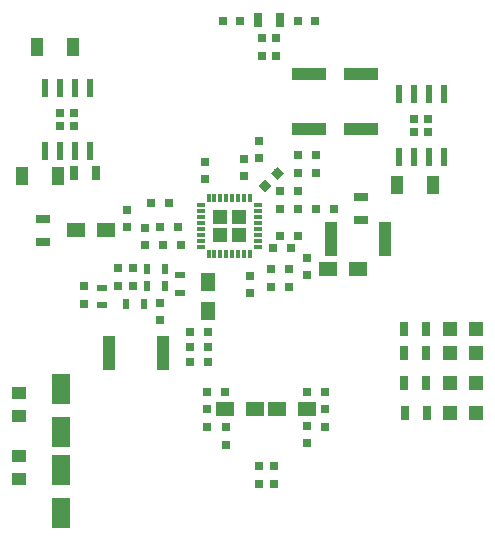
<source format=gbr>
G04 #@! TF.GenerationSoftware,KiCad,Pcbnew,5.0.2-bee76a0~70~ubuntu18.04.1*
G04 #@! TF.CreationDate,2019-01-26T17:59:04+01:00*
G04 #@! TF.ProjectId,adf5355,61646635-3335-4352-9e6b-696361645f70,rev?*
G04 #@! TF.SameCoordinates,Original*
G04 #@! TF.FileFunction,Paste,Top*
G04 #@! TF.FilePolarity,Positive*
%FSLAX46Y46*%
G04 Gerber Fmt 4.6, Leading zero omitted, Abs format (unit mm)*
G04 Created by KiCad (PCBNEW 5.0.2-bee76a0~70~ubuntu18.04.1) date lör 26 jan 2019 17:59:04*
%MOMM*%
%LPD*%
G01*
G04 APERTURE LIST*
%ADD10R,1.600000X2.600000*%
%ADD11R,1.250000X1.000000*%
%ADD12R,1.000000X3.000000*%
%ADD13R,3.000000X1.000000*%
%ADD14R,1.000000X1.600000*%
%ADD15R,1.200000X1.200000*%
%ADD16R,1.250000X1.500000*%
%ADD17R,1.500000X1.250000*%
%ADD18R,0.700000X1.300000*%
%ADD19R,1.300000X0.700000*%
%ADD20R,0.705000X0.705000*%
%ADD21R,0.600000X1.550000*%
%ADD22R,0.800000X0.300000*%
%ADD23R,0.300000X0.800000*%
%ADD24R,1.300000X1.300000*%
%ADD25R,0.800000X0.750000*%
%ADD26R,0.750000X0.800000*%
%ADD27C,0.750000*%
%ADD28C,0.100000*%
%ADD29R,0.500000X0.900000*%
%ADD30R,0.900000X0.500000*%
G04 APERTURE END LIST*
D10*
G04 #@! TO.C,C1*
X94996000Y-125244000D03*
X94996000Y-121644000D03*
G04 #@! TD*
D11*
G04 #@! TO.C,C2*
X91440000Y-120428000D03*
X91440000Y-122428000D03*
G04 #@! TD*
G04 #@! TO.C,C3*
X91440000Y-115078000D03*
X91440000Y-117078000D03*
G04 #@! TD*
D10*
G04 #@! TO.C,C4*
X94996000Y-118408000D03*
X94996000Y-114808000D03*
G04 #@! TD*
D12*
G04 #@! TO.C,C6*
X99032000Y-111760000D03*
X103632000Y-111760000D03*
G04 #@! TD*
D13*
G04 #@! TO.C,C8*
X115976400Y-88124000D03*
X115976400Y-92724000D03*
G04 #@! TD*
D14*
G04 #@! TO.C,C23*
X91718000Y-96774000D03*
X94718000Y-96774000D03*
G04 #@! TD*
G04 #@! TO.C,C24*
X95988000Y-85852000D03*
X92988000Y-85852000D03*
G04 #@! TD*
D13*
G04 #@! TO.C,C35*
X120345200Y-88124000D03*
X120345200Y-92724000D03*
G04 #@! TD*
D14*
G04 #@! TO.C,C40*
X123468000Y-97536000D03*
X126468000Y-97536000D03*
G04 #@! TD*
D15*
G04 #@! TO.C,D2*
X127932000Y-111760000D03*
X130132000Y-111760000D03*
G04 #@! TD*
G04 #@! TO.C,D3*
X130132000Y-109728000D03*
X127932000Y-109728000D03*
G04 #@! TD*
G04 #@! TO.C,D4*
X130132000Y-116840000D03*
X127932000Y-116840000D03*
G04 #@! TD*
D16*
G04 #@! TO.C,L1*
X107442000Y-105684000D03*
X107442000Y-108184000D03*
G04 #@! TD*
D17*
G04 #@! TO.C,L2*
X108879000Y-116459000D03*
X111379000Y-116459000D03*
G04 #@! TD*
G04 #@! TO.C,L3*
X113284000Y-116459000D03*
X115784000Y-116459000D03*
G04 #@! TD*
D18*
G04 #@! TO.C,R1*
X96078000Y-96520000D03*
X97978000Y-96520000D03*
G04 #@! TD*
D19*
G04 #@! TO.C,R2*
X93472000Y-102296000D03*
X93472000Y-100396000D03*
G04 #@! TD*
D18*
G04 #@! TO.C,R3*
X111638000Y-83566000D03*
X113538000Y-83566000D03*
G04 #@! TD*
D19*
G04 #@! TO.C,R5*
X120396000Y-100452000D03*
X120396000Y-98552000D03*
G04 #@! TD*
D18*
G04 #@! TO.C,R10*
X124018000Y-114300000D03*
X125918000Y-114300000D03*
G04 #@! TD*
G04 #@! TO.C,R11*
X125918000Y-111760000D03*
X124018000Y-111760000D03*
G04 #@! TD*
G04 #@! TO.C,R12*
X124018000Y-109728000D03*
X125918000Y-109728000D03*
G04 #@! TD*
G04 #@! TO.C,R14*
X125984000Y-116840000D03*
X124084000Y-116840000D03*
G04 #@! TD*
D20*
G04 #@! TO.C,U2*
X96091500Y-91360500D03*
X94916500Y-91360500D03*
X96091500Y-92535500D03*
X94916500Y-92535500D03*
D21*
X97409000Y-94648000D03*
X96139000Y-94648000D03*
X94869000Y-94648000D03*
X93599000Y-94648000D03*
X93599000Y-89248000D03*
X94869000Y-89248000D03*
X96139000Y-89248000D03*
X97409000Y-89248000D03*
G04 #@! TD*
G04 #@! TO.C,U3*
X123571000Y-95156000D03*
X124841000Y-95156000D03*
X126111000Y-95156000D03*
X127381000Y-95156000D03*
X127381000Y-89756000D03*
X126111000Y-89756000D03*
X124841000Y-89756000D03*
X123571000Y-89756000D03*
D20*
X126063500Y-91868500D03*
X124888500Y-91868500D03*
X126063500Y-93043500D03*
X124888500Y-93043500D03*
G04 #@! TD*
D22*
G04 #@! TO.C,U4*
X106820000Y-99215000D03*
X106820000Y-99715000D03*
X106820000Y-100215000D03*
X106820000Y-100715000D03*
X106820000Y-101215000D03*
X106820000Y-101715000D03*
X106820000Y-102215000D03*
X106820000Y-102715000D03*
D23*
X107470000Y-103365000D03*
X107970000Y-103365000D03*
X108470000Y-103365000D03*
X108970000Y-103365000D03*
X109470000Y-103365000D03*
X109970000Y-103365000D03*
X110470000Y-103365000D03*
X110970000Y-103365000D03*
D22*
X111620000Y-102715000D03*
X111620000Y-102215000D03*
X111620000Y-101715000D03*
X111620000Y-101215000D03*
X111620000Y-100715000D03*
X111620000Y-100215000D03*
X111620000Y-99715000D03*
X111620000Y-99215000D03*
D23*
X110970000Y-98565000D03*
X110470000Y-98565000D03*
X109970000Y-98565000D03*
X109470000Y-98565000D03*
X108970000Y-98565000D03*
X108470000Y-98565000D03*
X107970000Y-98565000D03*
X107470000Y-98565000D03*
D24*
X110020000Y-101765000D03*
X108420000Y-100165000D03*
X110020000Y-100165000D03*
X108420000Y-101765000D03*
G04 #@! TD*
D15*
G04 #@! TO.C,D1*
X130132000Y-114300000D03*
X127932000Y-114300000D03*
G04 #@! TD*
D25*
G04 #@! TO.C,C11*
X104878000Y-101092000D03*
X103378000Y-101092000D03*
G04 #@! TD*
G04 #@! TO.C,C13*
X112776000Y-104648000D03*
X114276000Y-104648000D03*
G04 #@! TD*
D26*
G04 #@! TO.C,C17*
X110490000Y-96762000D03*
X110490000Y-95262000D03*
G04 #@! TD*
D25*
G04 #@! TO.C,C18*
X105918000Y-109982000D03*
X107418000Y-109982000D03*
G04 #@! TD*
G04 #@! TO.C,C19*
X105930000Y-112522000D03*
X107430000Y-112522000D03*
G04 #@! TD*
D26*
G04 #@! TO.C,C25*
X107188000Y-97028000D03*
X107188000Y-95528000D03*
G04 #@! TD*
D27*
G04 #@! TO.C,C28*
X112245670Y-97558330D03*
D28*
G36*
X112227992Y-98106338D02*
X111697662Y-97576008D01*
X112263348Y-97010322D01*
X112793678Y-97540652D01*
X112227992Y-98106338D01*
X112227992Y-98106338D01*
G37*
D27*
X113306330Y-96497670D03*
D28*
G36*
X113288652Y-97045678D02*
X112758322Y-96515348D01*
X113324008Y-95949662D01*
X113854338Y-96479992D01*
X113288652Y-97045678D01*
X113288652Y-97045678D01*
G37*
G04 #@! TD*
D26*
G04 #@! TO.C,C33*
X110998000Y-105180000D03*
X110998000Y-106680000D03*
G04 #@! TD*
G04 #@! TO.C,C34*
X111760000Y-122785000D03*
X111760000Y-121285000D03*
G04 #@! TD*
G04 #@! TO.C,C41*
X113030000Y-121285000D03*
X113030000Y-122785000D03*
G04 #@! TD*
G04 #@! TO.C,C46*
X103378000Y-107466000D03*
X103378000Y-108966000D03*
G04 #@! TD*
D25*
G04 #@! TO.C,C50*
X113550000Y-99568000D03*
X115050000Y-99568000D03*
G04 #@! TD*
G04 #@! TO.C,C53*
X113550000Y-98044000D03*
X115050000Y-98044000D03*
G04 #@! TD*
D26*
G04 #@! TO.C,C5*
X100584000Y-99592000D03*
X100584000Y-101092000D03*
G04 #@! TD*
G04 #@! TO.C,C7*
X102108000Y-101116000D03*
X102108000Y-102616000D03*
G04 #@! TD*
D25*
G04 #@! TO.C,C9*
X102640000Y-99060000D03*
X104140000Y-99060000D03*
G04 #@! TD*
G04 #@! TO.C,C14*
X112776000Y-106172000D03*
X114276000Y-106172000D03*
G04 #@! TD*
D26*
G04 #@! TO.C,C15*
X111760000Y-95238000D03*
X111760000Y-93738000D03*
G04 #@! TD*
D25*
G04 #@! TO.C,C20*
X105930000Y-111252000D03*
X107430000Y-111252000D03*
G04 #@! TD*
G04 #@! TO.C,C30*
X116574000Y-94996000D03*
X115074000Y-94996000D03*
G04 #@! TD*
G04 #@! TO.C,C31*
X110171140Y-83591490D03*
X108671140Y-83591490D03*
G04 #@! TD*
D26*
G04 #@! TO.C,C32*
X112014000Y-85090000D03*
X112014000Y-86590000D03*
G04 #@! TD*
G04 #@! TO.C,C38*
X113157000Y-86590000D03*
X113157000Y-85090000D03*
G04 #@! TD*
D25*
G04 #@! TO.C,C48*
X115038000Y-101854000D03*
X113538000Y-101854000D03*
G04 #@! TD*
G04 #@! TO.C,C52*
X118110000Y-99568000D03*
X116610000Y-99568000D03*
G04 #@! TD*
G04 #@! TO.C,C55*
X115074000Y-96520000D03*
X116574000Y-96520000D03*
G04 #@! TD*
G04 #@! TO.C,C57*
X103656000Y-102616000D03*
X105156000Y-102616000D03*
G04 #@! TD*
D26*
G04 #@! TO.C,C58*
X115824000Y-103656000D03*
X115824000Y-105156000D03*
G04 #@! TD*
D25*
G04 #@! TO.C,C61*
X114415000Y-102870000D03*
X112915000Y-102870000D03*
G04 #@! TD*
D17*
G04 #@! TO.C,L4*
X98786000Y-101346000D03*
X96286000Y-101346000D03*
G04 #@! TD*
G04 #@! TO.C,L5*
X120122000Y-104648000D03*
X117622000Y-104648000D03*
G04 #@! TD*
D26*
G04 #@! TO.C,C43*
X101092000Y-104521000D03*
X101092000Y-106021000D03*
G04 #@! TD*
G04 #@! TO.C,C44*
X99822000Y-104533000D03*
X99822000Y-106033000D03*
G04 #@! TD*
G04 #@! TO.C,C45*
X96901000Y-106069000D03*
X96901000Y-107569000D03*
G04 #@! TD*
D12*
G04 #@! TO.C,C47*
X122442000Y-102108000D03*
X117842000Y-102108000D03*
G04 #@! TD*
D29*
G04 #@! TO.C,R6*
X103747000Y-104648000D03*
X102247000Y-104648000D03*
G04 #@! TD*
D30*
G04 #@! TO.C,R7*
X98425000Y-107696000D03*
X98425000Y-106196000D03*
G04 #@! TD*
D29*
G04 #@! TO.C,R8*
X100481000Y-107569000D03*
X101981000Y-107569000D03*
G04 #@! TD*
D30*
G04 #@! TO.C,R9*
X105029000Y-105156000D03*
X105029000Y-106656000D03*
G04 #@! TD*
D29*
G04 #@! TO.C,R13*
X102247000Y-106045000D03*
X103747000Y-106045000D03*
G04 #@! TD*
D25*
G04 #@! TO.C,C37*
X115021140Y-83591490D03*
X116521140Y-83591490D03*
G04 #@! TD*
G04 #@! TO.C,C62*
X108839000Y-115050000D03*
X107339000Y-115050000D03*
G04 #@! TD*
D26*
G04 #@! TO.C,C63*
X108966000Y-119495000D03*
X108966000Y-117995000D03*
G04 #@! TD*
D25*
G04 #@! TO.C,C64*
X115836000Y-115062000D03*
X117336000Y-115062000D03*
G04 #@! TD*
D26*
G04 #@! TO.C,C65*
X107315000Y-117983000D03*
X107315000Y-116483000D03*
G04 #@! TD*
G04 #@! TO.C,C66*
X117348000Y-116483000D03*
X117348000Y-117983000D03*
G04 #@! TD*
G04 #@! TO.C,C67*
X115824000Y-119380000D03*
X115824000Y-117880000D03*
G04 #@! TD*
M02*

</source>
